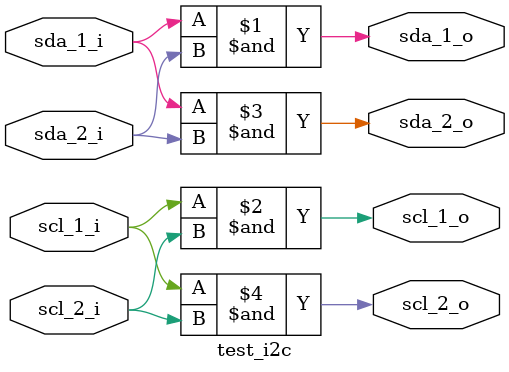
<source format=v>
/*

Copyright (c) 2020 Alex Forencich

Permission is hereby granted, free of charge, to any person obtaining a copy
of this software and associated documentation files (the "Software"), to deal
in the Software without restriction, including without limitation the rights
to use, copy, modify, merge, publish, distribute, sublicense, and/or sell
copies of the Software, and to permit persons to whom the Software is
furnished to do so, subject to the following conditions:

The above copyright notice and this permission notice shall be included in
all copies or substantial portions of the Software.

THE SOFTWARE IS PROVIDED "AS IS", WITHOUT WARRANTY OF ANY KIND, EXPRESS OR
IMPLIED, INCLUDING BUT NOT LIMITED TO THE WARRANTIES OF MERCHANTABILITY
FITNESS FOR A PARTICULAR PURPOSE AND NONINFRINGEMENT. IN NO EVENT SHALL THE
AUTHORS OR COPYRIGHT HOLDERS BE LIABLE FOR ANY CLAIM, DAMAGES OR OTHER
LIABILITY, WHETHER IN AN ACTION OF CONTRACT, TORT OR OTHERWISE, ARISING FROM,
OUT OF OR IN CONNECTION WITH THE SOFTWARE OR THE USE OR OTHER DEALINGS IN
THE SOFTWARE.

*/

// Language: Verilog 2001

`timescale 1ns / 1ns

/*
 * I2C test
 */
module test_i2c
(
    input  wire sda_1_i,
    output wire sda_1_o,
    input  wire scl_1_i,
    output wire scl_1_o,

    input  wire sda_2_i,
    output wire sda_2_o,
    input  wire scl_2_i,
    output wire scl_2_o
);

assign sda_1_o = sda_1_i & sda_2_i;
assign scl_1_o = scl_1_i & scl_2_i;

assign sda_2_o = sda_1_i & sda_2_i;
assign scl_2_o = scl_1_i & scl_2_i;

endmodule

</source>
